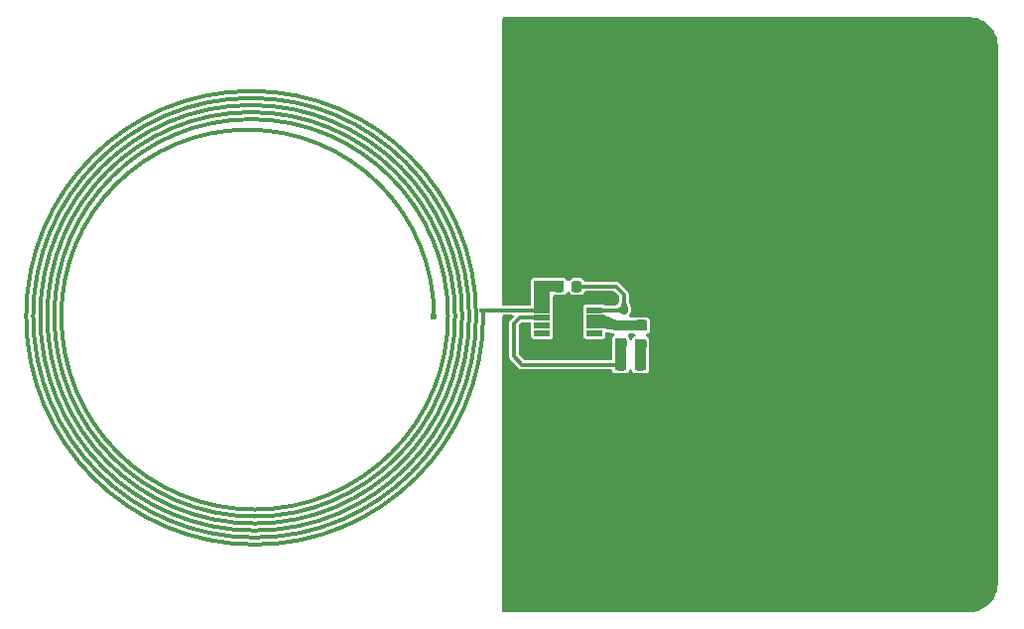
<source format=gbr>
%TF.GenerationSoftware,KiCad,Pcbnew,8.0.2*%
%TF.CreationDate,2024-06-02T14:30:54+02:00*%
%TF.ProjectId,PCB_Business_Card,5043425f-4275-4736-996e-6573735f4361,0*%
%TF.SameCoordinates,Original*%
%TF.FileFunction,Copper,L1,Top*%
%TF.FilePolarity,Positive*%
%FSLAX46Y46*%
G04 Gerber Fmt 4.6, Leading zero omitted, Abs format (unit mm)*
G04 Created by KiCad (PCBNEW 8.0.2) date 2024-06-02 14:30:54*
%MOMM*%
%LPD*%
G01*
G04 APERTURE LIST*
G04 Aperture macros list*
%AMRoundRect*
0 Rectangle with rounded corners*
0 $1 Rounding radius*
0 $2 $3 $4 $5 $6 $7 $8 $9 X,Y pos of 4 corners*
0 Add a 4 corners polygon primitive as box body*
4,1,4,$2,$3,$4,$5,$6,$7,$8,$9,$2,$3,0*
0 Add four circle primitives for the rounded corners*
1,1,$1+$1,$2,$3*
1,1,$1+$1,$4,$5*
1,1,$1+$1,$6,$7*
1,1,$1+$1,$8,$9*
0 Add four rect primitives between the rounded corners*
20,1,$1+$1,$2,$3,$4,$5,0*
20,1,$1+$1,$4,$5,$6,$7,0*
20,1,$1+$1,$6,$7,$8,$9,0*
20,1,$1+$1,$8,$9,$2,$3,0*%
G04 Aperture macros list end*
%TA.AperFunction,EtchedComponent*%
%ADD10C,0.300000*%
%TD*%
%TA.AperFunction,SMDPad,CuDef*%
%ADD11RoundRect,0.225000X-0.250000X0.225000X-0.250000X-0.225000X0.250000X-0.225000X0.250000X0.225000X0*%
%TD*%
%TA.AperFunction,ComponentPad*%
%ADD12C,0.700000*%
%TD*%
%TA.AperFunction,SMDPad,CuDef*%
%ADD13R,1.358900X0.508000*%
%TD*%
%TA.AperFunction,ComponentPad*%
%ADD14C,0.600000*%
%TD*%
%TA.AperFunction,SMDPad,CuDef*%
%ADD15RoundRect,0.075000X-1.125000X-0.075000X1.125000X-0.075000X1.125000X0.075000X-1.125000X0.075000X0*%
%TD*%
%TA.AperFunction,SMDPad,CuDef*%
%ADD16RoundRect,0.225000X-0.225000X-0.250000X0.225000X-0.250000X0.225000X0.250000X-0.225000X0.250000X0*%
%TD*%
%TA.AperFunction,SMDPad,CuDef*%
%ADD17RoundRect,0.200000X-0.275000X0.200000X-0.275000X-0.200000X0.275000X-0.200000X0.275000X0.200000X0*%
%TD*%
%TA.AperFunction,SMDPad,CuDef*%
%ADD18RoundRect,0.218750X-0.218750X-0.256250X0.218750X-0.256250X0.218750X0.256250X-0.218750X0.256250X0*%
%TD*%
%TA.AperFunction,Conductor*%
%ADD19C,0.300000*%
%TD*%
G04 APERTURE END LIST*
D10*
%TO.C,REF\u002A\u002A*%
X133868030Y-88519000D02*
X134368030Y-88519000D01*
X133868030Y-89019000D02*
X133868030Y-88519000D01*
X94868030Y-89019000D02*
G75*
G02*
X133268030Y-89019000I19200000J0D01*
G01*
X95468030Y-89019000D02*
G75*
G02*
X132668030Y-89019000I18600000J0D01*
G01*
X96068030Y-89019000D02*
G75*
G02*
X132068030Y-89019000I18000000J0D01*
G01*
X96668030Y-89019000D02*
G75*
G02*
X131468030Y-89019000I17400000J0D01*
G01*
X97268030Y-89019000D02*
G75*
G02*
X130868030Y-89019000I16800000J0D01*
G01*
X97868030Y-89019000D02*
G75*
G02*
X129668030Y-89019000I15900000J2830D01*
G01*
X130868030Y-89019000D02*
G75*
G02*
X97868030Y-89019000I-16500000J-10909D01*
G01*
X131468030Y-89019000D02*
G75*
G02*
X97268030Y-89019000I-17100000J0D01*
G01*
X132068030Y-89019000D02*
G75*
G02*
X96668030Y-89019000I-17700000J0D01*
G01*
X132668030Y-89019000D02*
G75*
G02*
X96068030Y-89019000I-18300000J0D01*
G01*
X133268030Y-89019000D02*
G75*
G02*
X95468030Y-89019000I-18900000J0D01*
G01*
X133868030Y-89019000D02*
G75*
G02*
X94868030Y-89019000I-19500000J0D01*
G01*
%TD*%
D11*
%TO.P,C1,1*%
%TO.N,Net-(U1-VCC)*%
X145601000Y-89814400D03*
%TO.P,C1,2*%
%TO.N,Net-(D1-K)*%
X145601000Y-91364400D03*
%TD*%
D12*
%TO.P,,*%
%TO.N,Net-(U1-LA)*%
X145880400Y-88519000D03*
%TD*%
D13*
%TO.P,U1,1,LA*%
%TO.N,Net-(U1-LA)*%
X138895400Y-88519000D03*
%TO.P,U1,2,VSS*%
%TO.N,Net-(D1-K)*%
X138895400Y-89168986D03*
%TO.P,U1,3,SCL*%
%TO.N,unconnected-(U1-SCL-Pad3)*%
X138895400Y-89818972D03*
%TO.P,U1,4,FD*%
%TO.N,unconnected-(U1-FD-Pad4)*%
X138895400Y-90468958D03*
%TO.P,U1,5,SDA*%
%TO.N,unconnected-(U1-SDA-Pad5)*%
X143353100Y-90468958D03*
%TO.P,U1,6,VCC*%
%TO.N,Net-(U1-VCC)*%
X143353100Y-89818972D03*
%TO.P,U1,7,VOUT*%
X143353100Y-89168986D03*
%TO.P,U1,8,LB*%
%TO.N,Net-(U1-LA)*%
X143353100Y-88519000D03*
%TD*%
D14*
%TO.P,REF\u002A\u002A,*%
%TO.N,Net-(U1-LA)*%
X129668030Y-89019000D03*
D15*
%TO.P,REF\u002A\u002A,1*%
X134718030Y-88519000D03*
%TD*%
D16*
%TO.P,C2,1*%
%TO.N,Net-(U1-LA)*%
X140309000Y-86487000D03*
%TO.P,C2,2*%
X141859000Y-86487000D03*
%TD*%
D17*
%TO.P,R1,1*%
%TO.N,Net-(U1-VCC)*%
X147302800Y-89763600D03*
%TO.P,R1,2*%
%TO.N,Net-(D1-A)*%
X147302800Y-91413600D03*
%TD*%
D18*
%TO.P,D1,1,K*%
%TO.N,Net-(D1-K)*%
X145677100Y-93167200D03*
%TO.P,D1,2,A*%
%TO.N,Net-(D1-A)*%
X147252100Y-93167200D03*
%TD*%
D19*
%TO.N,Net-(D1-K)*%
X136975414Y-89168986D02*
X136482400Y-89662000D01*
X136482400Y-89662000D02*
X136482400Y-92456000D01*
X136482400Y-92456000D02*
X137193600Y-93167200D01*
X138895400Y-89168986D02*
X136975414Y-89168986D01*
X137193600Y-93167200D02*
X145677100Y-93167200D01*
%TO.N,Net-(U1-LA)*%
X145880400Y-87155600D02*
X145880400Y-88519000D01*
X145211800Y-86487000D02*
X145880400Y-87155600D01*
X143353100Y-88519000D02*
X145880400Y-88519000D01*
X138895400Y-88519000D02*
X134820430Y-88519000D01*
X141859000Y-86487000D02*
X145211800Y-86487000D01*
%TD*%
%TA.AperFunction,Conductor*%
%TO.N,Net-(U1-VCC)*%
G36*
X144093522Y-88923760D02*
G01*
X145321600Y-89357200D01*
X147812600Y-89357200D01*
X147847248Y-89371552D01*
X147861600Y-89406200D01*
X147861600Y-90222600D01*
X147847248Y-90257248D01*
X147812600Y-90271600D01*
X145325419Y-90271600D01*
X145317826Y-90271008D01*
X144118168Y-90082826D01*
X144098538Y-90075160D01*
X144092208Y-90070930D01*
X144092207Y-90070929D01*
X144092206Y-90070929D01*
X144047610Y-90062058D01*
X142729000Y-90062058D01*
X142694352Y-90047706D01*
X142680000Y-90013058D01*
X142680000Y-88974899D01*
X142694352Y-88940251D01*
X142728997Y-88925899D01*
X144047606Y-88925899D01*
X144067660Y-88921910D01*
X144093522Y-88923760D01*
G37*
%TD.AperFunction*%
%TD*%
%TA.AperFunction,Conductor*%
%TO.N,Net-(U1-LA)*%
G36*
X140752448Y-86018752D02*
G01*
X140766800Y-86053400D01*
X140766800Y-86895200D01*
X140752448Y-86929848D01*
X140717800Y-86944200D01*
X139573000Y-86944200D01*
X139573000Y-88713086D01*
X139558648Y-88747734D01*
X139524000Y-88762086D01*
X138250400Y-88762086D01*
X138215752Y-88747734D01*
X138201400Y-88713086D01*
X138201400Y-86053400D01*
X138215752Y-86018752D01*
X138250400Y-86004400D01*
X140717800Y-86004400D01*
X140752448Y-86018752D01*
G37*
%TD.AperFunction*%
%TD*%
%TA.AperFunction,Conductor*%
%TO.N,Net-(U1-LA)*%
G36*
X146030020Y-87822427D02*
G01*
X146032934Y-87827274D01*
X146200652Y-88374920D01*
X146199798Y-88383834D01*
X146193971Y-88389144D01*
X145884906Y-88518119D01*
X145875951Y-88518142D01*
X145875894Y-88518119D01*
X145566828Y-88389144D01*
X145560513Y-88382795D01*
X145560147Y-88374922D01*
X145727866Y-87827273D01*
X145733565Y-87820367D01*
X145739053Y-87819000D01*
X146021747Y-87819000D01*
X146030020Y-87822427D01*
G37*
%TD.AperFunction*%
%TD*%
%TA.AperFunction,NonConductor*%
G36*
X146811416Y-90546785D02*
G01*
X146857171Y-90599589D01*
X146867115Y-90668747D01*
X146838090Y-90732303D01*
X146779312Y-90770077D01*
X146773750Y-90771443D01*
X146771419Y-90772150D01*
X146736774Y-90786501D01*
X146653887Y-90841885D01*
X146598507Y-90924765D01*
X146598500Y-90924777D01*
X146585828Y-90955368D01*
X146584667Y-90957912D01*
X146584147Y-90959428D01*
X146583586Y-90962251D01*
X146582413Y-90964491D01*
X146581461Y-90967273D01*
X146581034Y-90967127D01*
X146551195Y-91024159D01*
X146490476Y-91058727D01*
X146420707Y-91054981D01*
X146364039Y-91014109D01*
X146342927Y-90961048D01*
X146340289Y-90961573D01*
X146319651Y-90857825D01*
X146319649Y-90857819D01*
X146305298Y-90823174D01*
X146271550Y-90772667D01*
X146249915Y-90740288D01*
X146249914Y-90740287D01*
X146248408Y-90738781D01*
X146246173Y-90734689D01*
X146243130Y-90730134D01*
X146243537Y-90729861D01*
X146214923Y-90677458D01*
X146219907Y-90607766D01*
X146261779Y-90551833D01*
X146327243Y-90527416D01*
X146336089Y-90527100D01*
X146744377Y-90527100D01*
X146811416Y-90546785D01*
G37*
%TD.AperFunction*%
%TA.AperFunction,NonConductor*%
G36*
X145061584Y-86907185D02*
G01*
X145082226Y-86923819D01*
X145443581Y-87285174D01*
X145477066Y-87346497D01*
X145479900Y-87372855D01*
X145479900Y-87745863D01*
X145474464Y-87782174D01*
X145416170Y-87972517D01*
X145377717Y-88030854D01*
X145333918Y-88054770D01*
X145237174Y-88084399D01*
X145143574Y-88113064D01*
X145107265Y-88118500D01*
X144298614Y-88118500D01*
X144231575Y-88098815D01*
X144216284Y-88086493D01*
X144213151Y-88084400D01*
X144213151Y-88084399D01*
X144155698Y-88046011D01*
X144130289Y-88029033D01*
X144130285Y-88029032D01*
X144057227Y-88014500D01*
X144057224Y-88014500D01*
X142648976Y-88014500D01*
X142648973Y-88014500D01*
X142575914Y-88029032D01*
X142575910Y-88029033D01*
X142493049Y-88084399D01*
X142437683Y-88167260D01*
X142437682Y-88167264D01*
X142423150Y-88240321D01*
X142423150Y-88797677D01*
X142427551Y-88819806D01*
X142427551Y-88868180D01*
X142423150Y-88890308D01*
X142423150Y-89447665D01*
X142423747Y-89453728D01*
X142423230Y-89453778D01*
X142424500Y-89466663D01*
X142424500Y-89521297D01*
X142423232Y-89534184D01*
X142423747Y-89534235D01*
X142423150Y-89540297D01*
X142423150Y-90097649D01*
X142427551Y-90119778D01*
X142427551Y-90168152D01*
X142423150Y-90190280D01*
X142423150Y-90747636D01*
X142437682Y-90820693D01*
X142437683Y-90820697D01*
X142437684Y-90820698D01*
X142493049Y-90903559D01*
X142524805Y-90924777D01*
X142575910Y-90958924D01*
X142575914Y-90958925D01*
X142648971Y-90973457D01*
X142648974Y-90973458D01*
X142648976Y-90973458D01*
X144057226Y-90973458D01*
X144057227Y-90973457D01*
X144130290Y-90958924D01*
X144213151Y-90903559D01*
X144268516Y-90820698D01*
X144283050Y-90747632D01*
X144283050Y-90512280D01*
X144302735Y-90445241D01*
X144355539Y-90399486D01*
X144424697Y-90389542D01*
X144426203Y-90389768D01*
X144963274Y-90474015D01*
X145026452Y-90503851D01*
X145063471Y-90563107D01*
X145062577Y-90632971D01*
X145024054Y-90691261D01*
X145012949Y-90699619D01*
X144952087Y-90740286D01*
X144896707Y-90823165D01*
X144896700Y-90823177D01*
X144884028Y-90853768D01*
X144882867Y-90856312D01*
X144882349Y-90857824D01*
X144862900Y-90955597D01*
X144862900Y-92642700D01*
X144843215Y-92709739D01*
X144790411Y-92755494D01*
X144738900Y-92766700D01*
X137410854Y-92766700D01*
X137343815Y-92747015D01*
X137323173Y-92730381D01*
X136919219Y-92326426D01*
X136885734Y-92265103D01*
X136882900Y-92238745D01*
X136882900Y-89879255D01*
X136902585Y-89812216D01*
X136919219Y-89791574D01*
X137104988Y-89605805D01*
X137166311Y-89572320D01*
X137192669Y-89569486D01*
X137841450Y-89569486D01*
X137908489Y-89589171D01*
X137954244Y-89641975D01*
X137965450Y-89693486D01*
X137965450Y-90097649D01*
X137969851Y-90119778D01*
X137969851Y-90168152D01*
X137965450Y-90190280D01*
X137965450Y-90747636D01*
X137979982Y-90820693D01*
X137979983Y-90820697D01*
X137979984Y-90820698D01*
X138035349Y-90903559D01*
X138067105Y-90924777D01*
X138118210Y-90958924D01*
X138118214Y-90958925D01*
X138191271Y-90973457D01*
X138191274Y-90973458D01*
X138191276Y-90973458D01*
X139599526Y-90973458D01*
X139599527Y-90973457D01*
X139672590Y-90958924D01*
X139755451Y-90903559D01*
X139810816Y-90820698D01*
X139825350Y-90747632D01*
X139825350Y-90190284D01*
X139825350Y-90190281D01*
X139820949Y-90168162D01*
X139820949Y-90119768D01*
X139825350Y-90097648D01*
X139825350Y-89540295D01*
X139820949Y-89518176D01*
X139820949Y-89469782D01*
X139825350Y-89447662D01*
X139825350Y-88890309D01*
X139820949Y-88868190D01*
X139820949Y-88819796D01*
X139825350Y-88797676D01*
X139825350Y-88741134D01*
X139827734Y-88716937D01*
X139828500Y-88713087D01*
X139828500Y-87326882D01*
X139848185Y-87259843D01*
X139900989Y-87214088D01*
X139970147Y-87204144D01*
X139981024Y-87206207D01*
X139981876Y-87206408D01*
X139981886Y-87206412D01*
X140038515Y-87212500D01*
X140579484Y-87212499D01*
X140636114Y-87206412D01*
X140643665Y-87204628D01*
X140643890Y-87205580D01*
X140676483Y-87199700D01*
X140717804Y-87199700D01*
X140815574Y-87180251D01*
X140815575Y-87180250D01*
X140815578Y-87180250D01*
X140850226Y-87165898D01*
X140933112Y-87110515D01*
X140988498Y-87027626D01*
X141001022Y-86997390D01*
X141044863Y-86942989D01*
X141111158Y-86920925D01*
X141178857Y-86938205D01*
X141214849Y-86970535D01*
X141294313Y-87076687D01*
X141403774Y-87158628D01*
X141531886Y-87206412D01*
X141588515Y-87212500D01*
X142129484Y-87212499D01*
X142186114Y-87206412D01*
X142314226Y-87158628D01*
X142423687Y-87076687D01*
X142505628Y-86967226D01*
X142505630Y-86967220D01*
X142509877Y-86959444D01*
X142511246Y-86960191D01*
X142547150Y-86912232D01*
X142612615Y-86887816D01*
X142621459Y-86887500D01*
X144994545Y-86887500D01*
X145061584Y-86907185D01*
G37*
%TD.AperFunction*%
%TA.AperFunction,NonConductor*%
G36*
X175260927Y-63500013D02*
G01*
X175406957Y-63502218D01*
X175419998Y-63503105D01*
X175710834Y-63538419D01*
X175725531Y-63541112D01*
X176009072Y-63610999D01*
X176023362Y-63615453D01*
X176296390Y-63718998D01*
X176310045Y-63725144D01*
X176568595Y-63860842D01*
X176581409Y-63868588D01*
X176821731Y-64034470D01*
X176833514Y-64043702D01*
X177052078Y-64237333D01*
X177062666Y-64247921D01*
X177256297Y-64466485D01*
X177265532Y-64478272D01*
X177431411Y-64718590D01*
X177439157Y-64731404D01*
X177574855Y-64989954D01*
X177581001Y-65003609D01*
X177684546Y-65276637D01*
X177689001Y-65290932D01*
X177758883Y-65574450D01*
X177761582Y-65589179D01*
X177796892Y-65879983D01*
X177797782Y-65893058D01*
X177799986Y-66039071D01*
X177800000Y-66040943D01*
X177800000Y-111759056D01*
X177799986Y-111760928D01*
X177797782Y-111906941D01*
X177796892Y-111920016D01*
X177761582Y-112210820D01*
X177758883Y-112225549D01*
X177689001Y-112509067D01*
X177684546Y-112523362D01*
X177581001Y-112796390D01*
X177574855Y-112810045D01*
X177439157Y-113068595D01*
X177431411Y-113081409D01*
X177265532Y-113321727D01*
X177256297Y-113333514D01*
X177062666Y-113552078D01*
X177052078Y-113562666D01*
X176833514Y-113756297D01*
X176821727Y-113765532D01*
X176581409Y-113931411D01*
X176568595Y-113939157D01*
X176310045Y-114074855D01*
X176296390Y-114081001D01*
X176023362Y-114184546D01*
X176009067Y-114189001D01*
X175725549Y-114258883D01*
X175710820Y-114261582D01*
X175420016Y-114296892D01*
X175406941Y-114297782D01*
X175319730Y-114299098D01*
X175260926Y-114299986D01*
X175259057Y-114300000D01*
X135633000Y-114300000D01*
X135565961Y-114280315D01*
X135520206Y-114227511D01*
X135509000Y-114176000D01*
X135509000Y-89043500D01*
X135528685Y-88976461D01*
X135581489Y-88930706D01*
X135633000Y-88919500D01*
X136359145Y-88919500D01*
X136426184Y-88939185D01*
X136471939Y-88991989D01*
X136481883Y-89061147D01*
X136452858Y-89124703D01*
X136446826Y-89131181D01*
X136161922Y-89416084D01*
X136161918Y-89416090D01*
X136109192Y-89507413D01*
X136109191Y-89507413D01*
X136099874Y-89542191D01*
X136099874Y-89542192D01*
X136081900Y-89609273D01*
X136081900Y-92508726D01*
X136109193Y-92610589D01*
X136127733Y-92642700D01*
X136161920Y-92701913D01*
X136161921Y-92701914D01*
X136161922Y-92701915D01*
X136868779Y-93408771D01*
X136868789Y-93408782D01*
X136947688Y-93487681D01*
X136979333Y-93505951D01*
X137010980Y-93524222D01*
X137010982Y-93524223D01*
X137039011Y-93540406D01*
X137039012Y-93540406D01*
X137039013Y-93540407D01*
X137140873Y-93567701D01*
X137140875Y-93567701D01*
X137253923Y-93567701D01*
X137253939Y-93567700D01*
X144754552Y-93567700D01*
X144821591Y-93587385D01*
X144867346Y-93640189D01*
X144876169Y-93667508D01*
X144882348Y-93698573D01*
X144882350Y-93698580D01*
X144896701Y-93733225D01*
X144896702Y-93733226D01*
X144952085Y-93816112D01*
X145034974Y-93871498D01*
X145052302Y-93878675D01*
X145065565Y-93884170D01*
X145068114Y-93885333D01*
X145069612Y-93885846D01*
X145069622Y-93885850D01*
X145069624Y-93885851D01*
X145130856Y-93898031D01*
X145167397Y-93905300D01*
X145167400Y-93905300D01*
X146034604Y-93905300D01*
X146132374Y-93885851D01*
X146132375Y-93885850D01*
X146132378Y-93885850D01*
X146167026Y-93871498D01*
X146249912Y-93816115D01*
X146305298Y-93733226D01*
X146310168Y-93721467D01*
X146317970Y-93702635D01*
X146319134Y-93700084D01*
X146319649Y-93698580D01*
X146319648Y-93698580D01*
X146319650Y-93698578D01*
X146319651Y-93698576D01*
X146330283Y-93645124D01*
X146362666Y-93583217D01*
X146423382Y-93548643D01*
X146493151Y-93552382D01*
X146549823Y-93593248D01*
X146573516Y-93645125D01*
X146584149Y-93698576D01*
X146584150Y-93698580D01*
X146598501Y-93733225D01*
X146598502Y-93733226D01*
X146653885Y-93816112D01*
X146736774Y-93871498D01*
X146754102Y-93878675D01*
X146767365Y-93884170D01*
X146769914Y-93885333D01*
X146771412Y-93885846D01*
X146771422Y-93885850D01*
X146771424Y-93885851D01*
X146832656Y-93898031D01*
X146869197Y-93905300D01*
X146869200Y-93905300D01*
X147736404Y-93905300D01*
X147834174Y-93885851D01*
X147834175Y-93885850D01*
X147834178Y-93885850D01*
X147868826Y-93871498D01*
X147951712Y-93816115D01*
X148007098Y-93733226D01*
X148011968Y-93721467D01*
X148019770Y-93702635D01*
X148020934Y-93700084D01*
X148021444Y-93698592D01*
X148021450Y-93698578D01*
X148021451Y-93698576D01*
X148040900Y-93600800D01*
X148040900Y-91057198D01*
X148040900Y-91057195D01*
X148021451Y-90959425D01*
X148021449Y-90959419D01*
X148007098Y-90924774D01*
X148007092Y-90924765D01*
X147951715Y-90841888D01*
X147923713Y-90823177D01*
X147868834Y-90786507D01*
X147868819Y-90786498D01*
X147838232Y-90773828D01*
X147835689Y-90772667D01*
X147834178Y-90772150D01*
X147834176Y-90772149D01*
X147818826Y-90769095D01*
X147756916Y-90736711D01*
X147722342Y-90675995D01*
X147726083Y-90606225D01*
X147766949Y-90549554D01*
X147818827Y-90525862D01*
X147910373Y-90507651D01*
X147910373Y-90507650D01*
X147910378Y-90507650D01*
X147945026Y-90493298D01*
X148027912Y-90437915D01*
X148083298Y-90355026D01*
X148088168Y-90343267D01*
X148095970Y-90324435D01*
X148097134Y-90321884D01*
X148097644Y-90320392D01*
X148097650Y-90320378D01*
X148097651Y-90320376D01*
X148117100Y-90222600D01*
X148117100Y-89406198D01*
X148117100Y-89406195D01*
X148097651Y-89308425D01*
X148097649Y-89308419D01*
X148083298Y-89273774D01*
X148027914Y-89190887D01*
X147945034Y-89135507D01*
X147945019Y-89135498D01*
X147914432Y-89122828D01*
X147911889Y-89121667D01*
X147910378Y-89121150D01*
X147910376Y-89121149D01*
X147877784Y-89114666D01*
X147812602Y-89101700D01*
X147812600Y-89101700D01*
X146441640Y-89101700D01*
X146374601Y-89082015D01*
X146328846Y-89029211D01*
X146318902Y-88960053D01*
X146343264Y-88902214D01*
X146404935Y-88821842D01*
X146404934Y-88821842D01*
X146404936Y-88821841D01*
X146465444Y-88675762D01*
X146486082Y-88519000D01*
X146465444Y-88362238D01*
X146453622Y-88333697D01*
X146446638Y-88305969D01*
X146446155Y-88306067D01*
X146444951Y-88300098D01*
X146286336Y-87782175D01*
X146280900Y-87745864D01*
X146280900Y-87102875D01*
X146280900Y-87102873D01*
X146253607Y-87001013D01*
X146253607Y-87001012D01*
X146200880Y-86909687D01*
X145457713Y-86166520D01*
X145402922Y-86134886D01*
X145366389Y-86113793D01*
X145315457Y-86100146D01*
X145264527Y-86086500D01*
X145264526Y-86086500D01*
X142621459Y-86086500D01*
X142554420Y-86066815D01*
X142508665Y-86014011D01*
X142505790Y-86007071D01*
X142505627Y-86006773D01*
X142423687Y-85897313D01*
X142344567Y-85838085D01*
X142314228Y-85815373D01*
X142314226Y-85815372D01*
X142186114Y-85767588D01*
X142186112Y-85767587D01*
X142186110Y-85767587D01*
X142129493Y-85761500D01*
X141588518Y-85761500D01*
X141588509Y-85761501D01*
X141531885Y-85767587D01*
X141403773Y-85815372D01*
X141294310Y-85897315D01*
X141221123Y-85995081D01*
X141165189Y-86036952D01*
X141095498Y-86041936D01*
X141034175Y-86008450D01*
X141005747Y-85961016D01*
X141005182Y-85961251D01*
X141003603Y-85957440D01*
X141003194Y-85956757D01*
X141002848Y-85955617D01*
X140988498Y-85920974D01*
X140933114Y-85838087D01*
X140850234Y-85782707D01*
X140850219Y-85782698D01*
X140819632Y-85770028D01*
X140817089Y-85768867D01*
X140815578Y-85768350D01*
X140815576Y-85768349D01*
X140781144Y-85761500D01*
X140717802Y-85748900D01*
X140717800Y-85748900D01*
X138250398Y-85748900D01*
X138250396Y-85748900D01*
X138152625Y-85768348D01*
X138152619Y-85768350D01*
X138117974Y-85782701D01*
X138035087Y-85838085D01*
X137979707Y-85920965D01*
X137979700Y-85920977D01*
X137967028Y-85951568D01*
X137965867Y-85954112D01*
X137965349Y-85955624D01*
X137945900Y-86053397D01*
X137945900Y-87994500D01*
X137926215Y-88061539D01*
X137873411Y-88107294D01*
X137821900Y-88118500D01*
X135633000Y-88118500D01*
X135565961Y-88098815D01*
X135520206Y-88046011D01*
X135509000Y-87994500D01*
X135509000Y-63624000D01*
X135528685Y-63556961D01*
X135581489Y-63511206D01*
X135633000Y-63500000D01*
X175259057Y-63500000D01*
X175260927Y-63500013D01*
G37*
%TD.AperFunction*%
%TA.AperFunction,Conductor*%
%TO.N,Net-(D1-K)*%
G36*
X146069248Y-90920952D02*
G01*
X146083600Y-90955600D01*
X146083600Y-93600800D01*
X146069248Y-93635448D01*
X146034600Y-93649800D01*
X145167400Y-93649800D01*
X145132752Y-93635448D01*
X145118400Y-93600800D01*
X145118400Y-90955600D01*
X145132752Y-90920952D01*
X145167400Y-90906600D01*
X146034600Y-90906600D01*
X146069248Y-90920952D01*
G37*
%TD.AperFunction*%
%TD*%
%TA.AperFunction,Conductor*%
%TO.N,Net-(U1-LA)*%
G36*
X145745234Y-88199601D02*
G01*
X145750544Y-88205428D01*
X145879519Y-88514494D01*
X145879542Y-88523449D01*
X145879519Y-88523506D01*
X145750544Y-88832571D01*
X145744195Y-88838886D01*
X145736320Y-88839252D01*
X145188674Y-88671533D01*
X145181767Y-88665834D01*
X145180400Y-88660346D01*
X145180400Y-88377653D01*
X145183827Y-88369380D01*
X145188674Y-88366466D01*
X145736321Y-88198747D01*
X145745234Y-88199601D01*
G37*
%TD.AperFunction*%
%TD*%
%TA.AperFunction,Conductor*%
%TO.N,Net-(D1-A)*%
G36*
X147771048Y-91022552D02*
G01*
X147785400Y-91057200D01*
X147785400Y-93600800D01*
X147771048Y-93635448D01*
X147736400Y-93649800D01*
X146869200Y-93649800D01*
X146834552Y-93635448D01*
X146820200Y-93600800D01*
X146820200Y-91057200D01*
X146834552Y-91022552D01*
X146869200Y-91008200D01*
X147736400Y-91008200D01*
X147771048Y-91022552D01*
G37*
%TD.AperFunction*%
%TD*%
M02*

</source>
